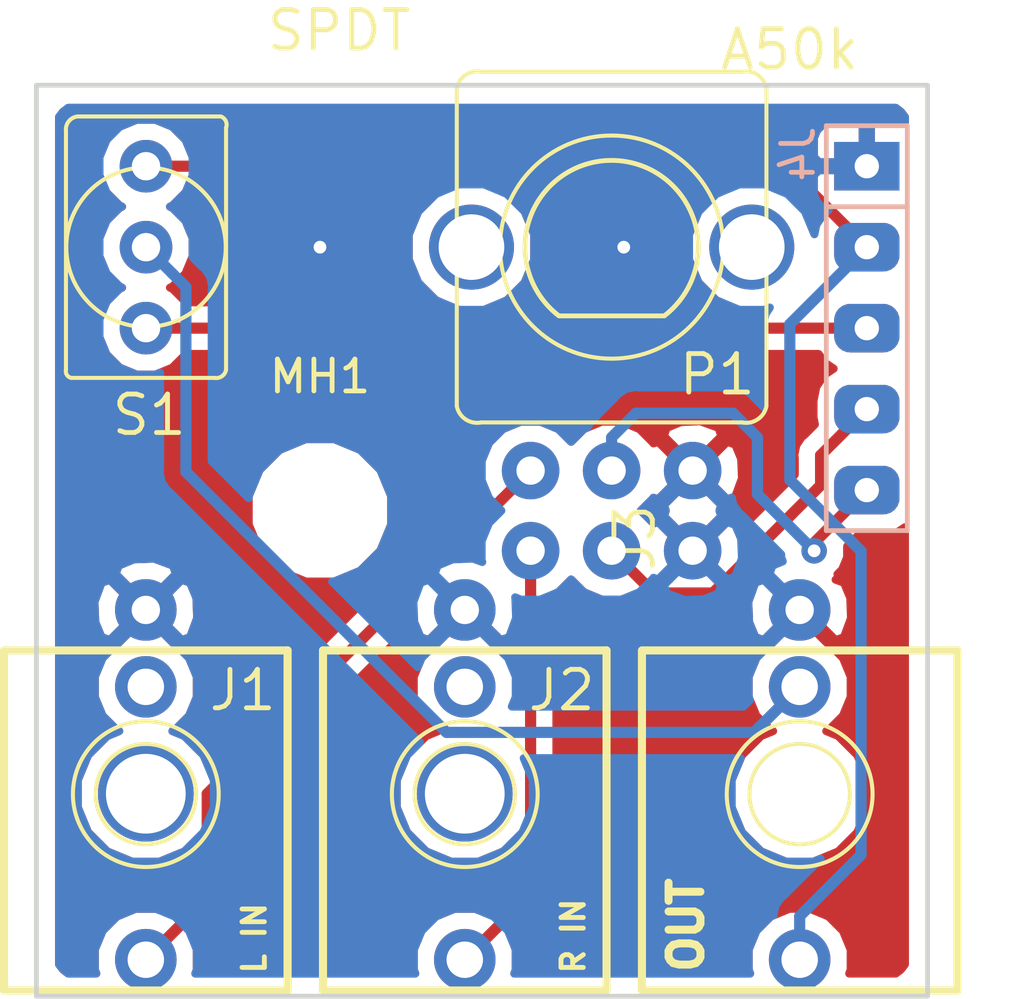
<source format=kicad_pcb>
(kicad_pcb (version 20171130) (host pcbnew "(5.0.0)")

  (general
    (thickness 1.6)
    (drawings 8)
    (tracks 38)
    (zones 0)
    (modules 7)
    (nets 11)
  )

  (page A4)
  (layers
    (0 F.Cu signal)
    (31 B.Cu signal)
    (32 B.Adhes user)
    (33 F.Adhes user)
    (34 B.Paste user)
    (35 F.Paste user)
    (36 B.SilkS user)
    (37 F.SilkS user)
    (38 B.Mask user)
    (39 F.Mask user)
    (40 Dwgs.User user)
    (41 Cmts.User user)
    (42 Eco1.User user)
    (43 Eco2.User user)
    (44 Edge.Cuts user)
    (45 Margin user)
    (46 B.CrtYd user)
    (47 F.CrtYd user)
    (48 B.Fab user)
    (49 F.Fab user)
  )

  (setup
    (last_trace_width 0.35)
    (trace_clearance 0.25)
    (zone_clearance 0.508)
    (zone_45_only no)
    (trace_min 0.2)
    (segment_width 0.2)
    (edge_width 0.15)
    (via_size 0.8)
    (via_drill 0.4)
    (via_min_size 0.4)
    (via_min_drill 0.3)
    (uvia_size 0.3)
    (uvia_drill 0.1)
    (uvias_allowed no)
    (uvia_min_size 0.2)
    (uvia_min_drill 0.1)
    (pcb_text_width 0.3)
    (pcb_text_size 1.5 1.5)
    (mod_edge_width 0.15)
    (mod_text_size 1 1)
    (mod_text_width 0.15)
    (pad_size 1.51 3.01)
    (pad_drill 1)
    (pad_to_mask_clearance 0.2)
    (aux_axis_origin 0 0)
    (visible_elements 7FFFFFFF)
    (pcbplotparams
      (layerselection 0x010fc_ffffffff)
      (usegerberextensions false)
      (usegerberattributes false)
      (usegerberadvancedattributes false)
      (creategerberjobfile false)
      (excludeedgelayer true)
      (linewidth 0.100000)
      (plotframeref false)
      (viasonmask false)
      (mode 1)
      (useauxorigin false)
      (hpglpennumber 1)
      (hpglpenspeed 20)
      (hpglpendiameter 15.000000)
      (psnegative false)
      (psa4output false)
      (plotreference true)
      (plotvalue true)
      (plotinvisibletext false)
      (padsonsilk false)
      (subtractmaskfromsilk false)
      (outputformat 1)
      (mirror false)
      (drillshape 0)
      (scaleselection 1)
      (outputdirectory "Gerbers/"))
  )

  (net 0 "")
  (net 1 GND)
  (net 2 "Net-(J1-Pad2)")
  (net 3 "Net-(J1-Pad3)")
  (net 4 "Net-(J2-Pad3)")
  (net 5 "Net-(J2-Pad2)")
  (net 6 "Net-(J3-Pad2)")
  (net 7 L_IN)
  (net 8 R_IN)
  (net 9 L_OUT)
  (net 10 R_OUT)

  (net_class Default "This is the default net class."
    (clearance 0.25)
    (trace_width 0.35)
    (via_dia 0.8)
    (via_drill 0.4)
    (uvia_dia 0.3)
    (uvia_drill 0.1)
    (add_net GND)
    (add_net L_IN)
    (add_net L_OUT)
    (add_net "Net-(J1-Pad2)")
    (add_net "Net-(J1-Pad3)")
    (add_net "Net-(J2-Pad2)")
    (add_net "Net-(J2-Pad3)")
    (add_net "Net-(J3-Pad2)")
    (add_net R_IN)
    (add_net R_OUT)
  )

  (module MojaBiblioteka:POT-9MM-ALPHA-DUAL (layer F.Cu) (tedit 5B74AEBD) (tstamp 5B7619BE)
    (at 197.103837 74.290721 180)
    (path /5B7404F6)
    (fp_text reference P1 (at -2.032163 -4.703279 180) (layer F.SilkS)
      (effects (font (size 1.2065 1.2065) (thickness 0.1524)) (justify left bottom))
    )
    (fp_text value A50k (at -3.3274 5.4864 180) (layer F.SilkS)
      (effects (font (size 1.2065 1.2065) (thickness 0.1524)) (justify left bottom))
    )
    (fp_circle (center -0.000163 -0.001843) (end -3.500163 -0.001843) (layer F.SilkS) (width 0.127))
    (fp_arc (start -4.217263 -4.864943) (end -4.090263 -5.501843) (angle -90) (layer F.SilkS) (width 0.127))
    (fp_line (start 4.089937 -5.501843) (end -4.090263 -5.501843) (layer F.SilkS) (width 0.127))
    (fp_arc (start 4.216937 -4.864943) (end 4.853837 -4.991943) (angle -90) (layer F.SilkS) (width 0.127))
    (fp_line (start 4.853837 4.988257) (end 4.853837 -4.991943) (layer F.SilkS) (width 0.127))
    (fp_arc (start 4.216937 4.861257) (end 4.089937 5.498157) (angle -90) (layer F.SilkS) (width 0.127))
    (fp_line (start -4.090263 5.498157) (end 4.089937 5.498157) (layer F.SilkS) (width 0.127))
    (fp_arc (start -4.217263 4.861257) (end -4.854163 4.988257) (angle -90) (layer F.SilkS) (width 0.127))
    (fp_line (start -4.854163 -4.991943) (end -4.854163 4.988257) (layer F.SilkS) (width 0.127))
    (fp_arc (start 0 0) (end 1.651 -2.159) (angle 285.1892907) (layer F.SilkS) (width 0.15))
    (fp_line (start 1.651 -2.159) (end -1.651 -2.159) (layer F.SilkS) (width 0.15))
    (fp_circle (center 0 0) (end -3.3655 0) (layer Cmts.User) (width 0.15))
    (pad "" np_thru_hole circle (at -4.394363 -0.001843 180) (size 2.667 2.667) (drill 2.0574) (layers *.Cu *.Mask))
    (pad "" np_thru_hole circle (at 4.394037 -0.001843 180) (size 2.667 2.667) (drill 2.0574) (layers *.Cu *.Mask))
    (pad 1 thru_hole circle (at 2.539837 -7.012243 90) (size 1.8034 1.8034) (drill 0.889) (layers *.Cu *.Mask)
      (net 3 "Net-(J1-Pad3)"))
    (pad 2 thru_hole circle (at -0.000163 -7.012243 90) (size 1.8034 1.8034) (drill 0.889) (layers *.Cu *.Mask)
      (net 7 L_IN))
    (pad 3 thru_hole circle (at -2.540163 -7.012243 90) (size 1.8034 1.8034) (drill 0.889) (layers *.Cu *.Mask)
      (net 1 GND))
    (pad 4 thru_hole circle (at 2.539837 -9.525 90) (size 1.8034 1.8034) (drill 0.889) (layers *.Cu *.Mask)
      (net 4 "Net-(J2-Pad3)"))
    (pad 5 thru_hole circle (at -0.000163 -9.525 90) (size 1.8034 1.8034) (drill 0.889) (layers *.Cu *.Mask)
      (net 8 R_IN))
    (pad 6 thru_hole circle (at -2.54 -9.525 90) (size 1.8034 1.8034) (drill 0.889) (layers *.Cu *.Mask)
      (net 1 GND))
    (model ${GDOC}/_lib/packages3d/RK09K1130-20.wrl
      (offset (xyz 0 0 6.045199909210205))
      (scale (xyz 393 393 393))
      (rotate (xyz 180 0 0))
    )
  )

  (module 4ms-footprints:PJ301M-12 (layer F.Cu) (tedit 5B6F6854) (tstamp 5B752357)
    (at 182.5 91.44 90)
    (path /5B7403AF)
    (fp_text reference J1 (at 2.54 1.905 180) (layer F.SilkS)
      (effects (font (size 1.2065 1.2065) (thickness 0.1524)) (justify left bottom))
    )
    (fp_text value "L IN" (at -5.715 3.81 90) (layer F.SilkS)
      (effects (font (size 0.7 0.7) (thickness 0.1524)) (justify left bottom))
    )
    (fp_circle (center 0 0) (end 3.175 0) (layer Cmts.User) (width 0.0254))
    (fp_circle (center -0.0127 0) (end 1.5113 0) (layer Cmts.User) (width 0))
    (fp_circle (center -0.0127 0) (end 2.2733 0) (layer F.SilkS) (width 0.127))
    (fp_circle (center -0.0127 0) (end 1.5621 0) (layer F.SilkS) (width 0.127))
    (fp_line (start 4.4958 4.445) (end 4.4958 -4.445) (layer F.SilkS) (width 0.254))
    (fp_line (start -6.1722 4.445) (end 4.4958 4.445) (layer F.SilkS) (width 0.254))
    (fp_line (start -6.1722 -4.445) (end -6.1722 4.445) (layer F.SilkS) (width 0.254))
    (fp_line (start 4.4958 -4.445) (end -6.1722 -4.445) (layer F.SilkS) (width 0.254))
    (pad "" np_thru_hole circle (at 0 0 90) (size 3 3) (drill 2.5) (layers *.Cu *.Mask))
    (pad 2 thru_hole circle (at 3.3528 0 90) (size 1.9304 1.9304) (drill 1.143) (layers *.Cu *.Mask)
      (net 2 "Net-(J1-Pad2)") (solder_mask_margin 0.127))
    (pad 1 thru_hole circle (at 5.7658 0 90) (size 1.9304 1.9304) (drill 0.889) (layers *.Cu *.Mask)
      (net 1 GND) (solder_mask_margin 0.127))
    (pad 3 thru_hole circle (at -5.207 0 90) (size 1.9304 1.9304) (drill 1.143) (layers *.Cu *.Mask)
      (net 3 "Net-(J1-Pad3)") (solder_mask_margin 0.127))
    (model ${GDOC}/_lib/packages3d/PJ301M-12.WRL
      (offset (xyz -0.8889999866485596 0.4063999938964844 0))
      (scale (xyz 393 393 393))
      (rotate (xyz 0 0 -90))
    )
  )

  (module 4ms-footprints:PJ301M-12 (layer F.Cu) (tedit 5B6F6854) (tstamp 5B74D9A9)
    (at 192.5 91.44 90)
    (path /5B7478EF)
    (fp_text reference J2 (at 2.54 1.905 180) (layer F.SilkS)
      (effects (font (size 1.2065 1.2065) (thickness 0.1524)) (justify left bottom))
    )
    (fp_text value "R IN" (at -5.715 3.81 90) (layer F.SilkS)
      (effects (font (size 0.7 0.7) (thickness 0.1524)) (justify left bottom))
    )
    (fp_line (start 4.4958 -4.445) (end -6.1722 -4.445) (layer F.SilkS) (width 0.254))
    (fp_line (start -6.1722 -4.445) (end -6.1722 4.445) (layer F.SilkS) (width 0.254))
    (fp_line (start -6.1722 4.445) (end 4.4958 4.445) (layer F.SilkS) (width 0.254))
    (fp_line (start 4.4958 4.445) (end 4.4958 -4.445) (layer F.SilkS) (width 0.254))
    (fp_circle (center -0.0127 0) (end 1.5621 0) (layer F.SilkS) (width 0.127))
    (fp_circle (center -0.0127 0) (end 2.2733 0) (layer F.SilkS) (width 0.127))
    (fp_circle (center -0.0127 0) (end 1.5113 0) (layer Cmts.User) (width 0))
    (fp_circle (center 0 0) (end 3.175 0) (layer Cmts.User) (width 0.0254))
    (pad 3 thru_hole circle (at -5.207 0 90) (size 1.9304 1.9304) (drill 1.143) (layers *.Cu *.Mask)
      (net 4 "Net-(J2-Pad3)") (solder_mask_margin 0.127))
    (pad 1 thru_hole circle (at 5.7658 0 90) (size 1.9304 1.9304) (drill 0.889) (layers *.Cu *.Mask)
      (net 1 GND) (solder_mask_margin 0.127))
    (pad 2 thru_hole circle (at 3.3528 0 90) (size 1.9304 1.9304) (drill 1.143) (layers *.Cu *.Mask)
      (net 5 "Net-(J2-Pad2)") (solder_mask_margin 0.127))
    (pad "" np_thru_hole circle (at 0 0 90) (size 3 3) (drill 2.5) (layers *.Cu *.Mask))
    (model ${GDOC}/_lib/packages3d/PJ301M-12.WRL
      (offset (xyz -0.8889999866485596 0.4063999938964844 0))
      (scale (xyz 393 393 393))
      (rotate (xyz 0 0 -90))
    )
  )

  (module 4ms-footprints:SPDT-SUB (layer F.Cu) (tedit 55CE7527) (tstamp 5B752663)
    (at 182.506053 74.295 180)
    (path /5B7A7250)
    (fp_text reference S1 (at 1.150053 -5.969 180) (layer F.SilkS)
      (effects (font (size 1.2065 1.2065) (thickness 0.1524)) (justify left bottom))
    )
    (fp_text value SPDT (at -3.71 6.09 180) (layer F.SilkS)
      (effects (font (size 1.2065 1.2065) (thickness 0.1524)) (justify left bottom))
    )
    (fp_arc (start -2.201069 -3.7911) (end -2.51 -3.846) (angle 90.03149) (layer F.SilkS) (width 0.127))
    (fp_line (start -2.146 -4.1) (end 2.346 -4.1) (layer F.SilkS) (width 0.127))
    (fp_arc (start 2.301 -3.891) (end 2.346 -4.1) (angle 90) (layer F.SilkS) (width 0.127))
    (fp_line (start 2.51 -3.846) (end 2.51 3.646) (layer F.SilkS) (width 0.127))
    (fp_arc (start 2.101 3.691) (end 2.51 3.646) (angle 90) (layer F.SilkS) (width 0.127))
    (fp_line (start 2.146 4.1) (end -2.346 4.1) (layer F.SilkS) (width 0.127))
    (fp_arc (start -2.2511 3.841046) (end -2.346 4.1) (angle 90.03238) (layer F.SilkS) (width 0.127))
    (fp_line (start -2.51 3.746) (end -2.51 -3.846) (layer F.SilkS) (width 0.127))
    (fp_circle (center 0 0) (end 2.5 0) (layer F.SilkS) (width 0.127))
    (fp_circle (center 0 0) (end 2.4765 0) (layer Cmts.User) (width 0.0254))
    (pad 1 thru_hole circle (at 0 -2.54 180) (size 1.651 1.651) (drill 0.889) (layers *.Cu *.Mask)
      (net 10 R_OUT))
    (pad 2 thru_hole circle (at 0 0 180) (size 1.651 1.651) (drill 0.889) (layers *.Cu *.Mask)
      (net 6 "Net-(J3-Pad2)"))
    (pad 3 thru_hole circle (at 0 2.54 180) (size 1.651 1.651) (drill 0.889) (layers *.Cu *.Mask)
      (net 9 L_OUT))
    (model "/Users/design/Google Drive/4ms/kicad/packages3d/spdt-toggle-submini.wrl"
      (offset (xyz 0 0 2.79399995803833))
      (scale (xyz 0.39 0.39 0.39))
      (rotate (xyz 270 0 90))
    )
  )

  (module MojaBiblioteka:PJ366ST (layer F.Cu) (tedit 5B74A2A7) (tstamp 5B7619AF)
    (at 203 91.44 90)
    (path /5B81EF1A)
    (fp_text reference J3 (at 6.89566 -4.46266 90) (layer F.SilkS)
      (effects (font (size 1.2065 1.2065) (thickness 0.1524)) (justify left bottom))
    )
    (fp_text value OUT (at -5.715 -2.975 90) (layer F.SilkS)
      (effects (font (size 1 1) (thickness 0.25)) (justify left bottom))
    )
    (fp_circle (center 0 0) (end 3.175 0) (layer Cmts.User) (width 0.0254))
    (fp_circle (center -0.0127 0) (end 1.5113 0) (layer Cmts.User) (width 0))
    (fp_circle (center -0.0127 0) (end 2.2733 0) (layer F.SilkS) (width 0.127))
    (fp_circle (center -0.0127 0) (end 1.5621 0) (layer F.SilkS) (width 0.127))
    (fp_line (start 4.4958 4.9) (end 4.4958 -4.9) (layer F.SilkS) (width 0.254))
    (fp_line (start -6.1722 4.945) (end 4.4958 4.945) (layer F.SilkS) (width 0.254))
    (fp_line (start -6.1722 -4.9) (end -6.1722 4.9) (layer F.SilkS) (width 0.254))
    (fp_line (start 4.4958 -4.945) (end -6.1722 -4.945) (layer F.SilkS) (width 0.254))
    (pad "" np_thru_hole circle (at 0 0 90) (size 3 3) (drill 3) (layers *.Cu *.Mask))
    (pad 2 thru_hole circle (at 3.3528 0 90) (size 1.9304 1.9304) (drill 1.143) (layers *.Cu *.Mask)
      (net 6 "Net-(J3-Pad2)") (solder_mask_margin 0.127))
    (pad 1 thru_hole circle (at 5.7658 0 90) (size 1.9304 1.9304) (drill 0.889) (layers *.Cu *.Mask)
      (net 1 GND) (solder_mask_margin 0.127))
    (pad 3 thru_hole circle (at -5.207 0 90) (size 1.9304 1.9304) (drill 1.143) (layers *.Cu *.Mask)
      (net 9 L_OUT) (solder_mask_margin 0.127))
    (model ${GDOC}/_lib/packages3d/PJ301M-12.WRL
      (offset (xyz -0.8889999866485596 0.4063999938964844 0))
      (scale (xyz 393 393 393))
      (rotate (xyz 0 0 -90))
    )
  )

  (module Mounting_Holes:MountingHole_3.2mm_M3 (layer F.Cu) (tedit 56D1B4CB) (tstamp 5B7674FF)
    (at 187.96 82.55)
    (descr "Mounting Hole 3.2mm, no annular, M3")
    (tags "mounting hole 3.2mm no annular m3")
    (path /5B8B6A92)
    (attr virtual)
    (fp_text reference MH1 (at 0 -4.2) (layer F.SilkS)
      (effects (font (size 1 1) (thickness 0.15)))
    )
    (fp_text value MountingHole (at 0 4.2) (layer F.Fab)
      (effects (font (size 1 1) (thickness 0.15)))
    )
    (fp_circle (center 0 0) (end 3.45 0) (layer F.CrtYd) (width 0.05))
    (fp_circle (center 0 0) (end 3.2 0) (layer Cmts.User) (width 0.15))
    (fp_text user %R (at 0.3 0) (layer F.Fab)
      (effects (font (size 1 1) (thickness 0.15)))
    )
    (pad 1 np_thru_hole circle (at 0 0) (size 3.2 3.2) (drill 3.2) (layers *.Cu *.Mask))
  )

  (module "MojaBiblioteka:Header 1x5" (layer B.Cu) (tedit 5B751E67) (tstamp 5B76A2FA)
    (at 205.105 76.835 180)
    (path /5B8BFB3E)
    (fp_text reference J4 (at 2.159 5.461 270) (layer B.SilkS)
      (effects (font (size 1 1) (thickness 0.15)) (justify mirror))
    )
    (fp_text value Header_1x05 (at 0 -7.62 180) (layer B.Fab)
      (effects (font (size 1 1) (thickness 0.15)) (justify mirror))
    )
    (fp_line (start -1.27 3.81) (end 1.27 3.81) (layer B.SilkS) (width 0.15))
    (fp_line (start -1.27 -6.35) (end -1.27 6.35) (layer B.SilkS) (width 0.15))
    (fp_line (start 1.27 -6.35) (end -1.27 -6.35) (layer B.SilkS) (width 0.15))
    (fp_line (start 1.27 6.35) (end 1.27 -6.35) (layer B.SilkS) (width 0.15))
    (fp_line (start -1.27 6.35) (end 1.27 6.35) (layer B.SilkS) (width 0.15))
    (pad 5 thru_hole roundrect (at 0 -5.08 180) (size 2.048 1.524) (drill 0.762) (layers *.Cu *.Mask) (roundrect_rratio 0.33)
      (net 7 L_IN))
    (pad 4 thru_hole roundrect (at 0 -2.54 180) (size 2.048 1.524) (drill 0.762) (layers *.Cu *.Mask) (roundrect_rratio 0.33)
      (net 8 R_IN))
    (pad 3 thru_hole roundrect (at 0 0 180) (size 2.048 1.524) (drill 0.762) (layers *.Cu *.Mask) (roundrect_rratio 0.33)
      (net 10 R_OUT))
    (pad 2 thru_hole roundrect (at 0 2.54 180) (size 2.048 1.524) (drill 0.762) (layers *.Cu *.Mask) (roundrect_rratio 0.33)
      (net 9 L_OUT))
    (pad 1 thru_hole rect (at 0 5.08 180) (size 2.048 1.524) (drill 0.762) (layers *.Cu *.Mask)
      (net 1 GND))
    (model ${KISYS3DMOD}/Connector_PinSocket_2.54mm.3dshapes/PinSocket_1x05_P2.54mm_Vertical.step
      (offset (xyz 0 5.08 0))
      (scale (xyz 1 1 1))
      (rotate (xyz 0 0 0))
    )
  )

  (gr_line (start 179.07 97.79) (end 179.07 69.215) (layer Edge.Cuts) (width 0.15))
  (gr_line (start 207.01 97.79) (end 179.07 97.79) (layer Edge.Cuts) (width 0.15))
  (gr_line (start 207.01 69.215) (end 207.01 97.79) (layer Edge.Cuts) (width 0.15))
  (gr_line (start 179.07 69.215) (end 207.01 69.215) (layer Edge.Cuts) (width 0.15))
  (gr_line (start 179.07 69.215) (end 207.01 69.215) (layer Eco1.User) (width 0.2))
  (gr_line (start 179.07 97.79) (end 207.01 97.79) (layer Eco1.User) (width 0.2))
  (gr_line (start 207.01 69.215) (end 207.01 97.79) (layer Eco1.User) (width 0.2) (tstamp 5B76A9FA))
  (gr_line (start 179.07 97.79) (end 179.07 69.215) (layer Eco1.User) (width 0.2))

  (via (at 187.96 74.295) (size 0.8) (drill 0.4) (layers F.Cu B.Cu) (net 1))
  (via (at 197.485 74.295) (size 0.8) (drill 0.4) (layers F.Cu B.Cu) (net 1))
  (segment (start 193.662301 82.204663) (end 194.564 81.302964) (width 0.35) (layer F.Cu) (net 3))
  (segment (start 184.425001 91.441963) (end 193.662301 82.204663) (width 0.35) (layer F.Cu) (net 3))
  (segment (start 184.425001 94.721999) (end 184.425001 91.441963) (width 0.35) (layer F.Cu) (net 3))
  (segment (start 182.5 96.647) (end 184.425001 94.721999) (width 0.35) (layer F.Cu) (net 3))
  (segment (start 194.564 94.583) (end 194.564 83.815721) (width 0.35) (layer F.Cu) (net 4))
  (segment (start 192.5 96.647) (end 194.564 94.583) (width 0.35) (layer F.Cu) (net 4))
  (segment (start 183.331552 75.120499) (end 182.506053 74.295) (width 0.35) (layer B.Cu) (net 6))
  (segment (start 183.756554 75.545501) (end 183.331552 75.120499) (width 0.35) (layer B.Cu) (net 6))
  (segment (start 183.756554 81.343556) (end 183.756554 75.545501) (width 0.35) (layer B.Cu) (net 6))
  (segment (start 191.927997 89.514999) (end 183.756554 81.343556) (width 0.35) (layer B.Cu) (net 6))
  (segment (start 201.572201 89.514999) (end 191.927997 89.514999) (width 0.35) (layer B.Cu) (net 6))
  (segment (start 203 88.0872) (end 201.572201 89.514999) (width 0.35) (layer B.Cu) (net 6))
  (via (at 203.454 83.82) (size 0.8) (drill 0.4) (layers F.Cu B.Cu) (net 7))
  (segment (start 203.454 83.566) (end 205.105 81.915) (width 0.35) (layer F.Cu) (net 7))
  (segment (start 203.454 83.82) (end 203.454 83.566) (width 0.35) (layer F.Cu) (net 7))
  (segment (start 197.104 80.264) (end 197.104 81.302964) (width 0.35) (layer B.Cu) (net 7))
  (segment (start 197.866 79.502) (end 197.104 80.264) (width 0.35) (layer B.Cu) (net 7))
  (segment (start 200.914 79.502) (end 197.866 79.502) (width 0.35) (layer B.Cu) (net 7))
  (segment (start 201.676 80.264) (end 200.914 79.502) (width 0.35) (layer B.Cu) (net 7))
  (segment (start 203.454 83.82) (end 201.676 82.042) (width 0.35) (layer B.Cu) (net 7))
  (segment (start 201.676 82.042) (end 201.676 80.264) (width 0.35) (layer B.Cu) (net 7))
  (segment (start 204.313842 80.166158) (end 205.105 79.375) (width 0.35) (layer F.Cu) (net 8))
  (segment (start 203.65599 80.82401) (end 204.313842 80.166158) (width 0.35) (layer F.Cu) (net 8))
  (segment (start 203.65599 81.767086) (end 203.65599 80.82401) (width 0.35) (layer F.Cu) (net 8))
  (segment (start 200.280654 85.142422) (end 203.65599 81.767086) (width 0.35) (layer F.Cu) (net 8))
  (segment (start 198.430701 85.142422) (end 200.280654 85.142422) (width 0.35) (layer F.Cu) (net 8))
  (segment (start 197.104 83.815721) (end 198.430701 85.142422) (width 0.35) (layer F.Cu) (net 8))
  (segment (start 202.565 71.755) (end 205.105 74.295) (width 0.35) (layer F.Cu) (net 9))
  (segment (start 182.506053 71.755) (end 202.565 71.755) (width 0.35) (layer F.Cu) (net 9))
  (segment (start 204.925001 83.827453) (end 202.692 81.594452) (width 0.35) (layer B.Cu) (net 9))
  (segment (start 204.925001 93.357001) (end 204.925001 83.827453) (width 0.35) (layer B.Cu) (net 9))
  (segment (start 203 96.647) (end 203 95.282002) (width 0.35) (layer B.Cu) (net 9))
  (segment (start 203 95.282002) (end 204.925001 93.357001) (width 0.35) (layer B.Cu) (net 9))
  (segment (start 202.692 76.708) (end 205.105 74.295) (width 0.35) (layer B.Cu) (net 9))
  (segment (start 202.692 81.594452) (end 202.692 76.708) (width 0.35) (layer B.Cu) (net 9))
  (segment (start 182.506053 76.835) (end 205.105 76.835) (width 0.35) (layer F.Cu) (net 10))

  (zone (net 1) (net_name GND) (layer B.Cu) (tstamp 0) (hatch edge 0.508)
    (connect_pads (clearance 0.508))
    (min_thickness 0.254)
    (fill yes (arc_segments 16) (thermal_gap 0.508) (thermal_bridge_width 0.508) (smoothing fillet) (radius 2.54))
    (polygon
      (pts
        (xy 179.07 69.215) (xy 207.01 69.215) (xy 207.01 97.79) (xy 179.07 97.79)
      )
    )
    (filled_polygon
      (pts
        (xy 206.175473 70.049527) (xy 206.3 70.211813) (xy 206.3 70.376512) (xy 206.255309 70.358) (xy 205.39075 70.358)
        (xy 205.232 70.51675) (xy 205.232 71.628) (xy 205.252 71.628) (xy 205.252 71.882) (xy 205.232 71.882)
        (xy 205.232 71.902) (xy 204.978 71.902) (xy 204.978 71.882) (xy 203.60475 71.882) (xy 203.446 72.04075)
        (xy 203.446 72.64331) (xy 203.542673 72.876699) (xy 203.721302 73.055327) (xy 203.906109 73.131877) (xy 203.770493 73.222493)
        (xy 203.521126 73.595696) (xy 203.462441 73.890724) (xy 203.167014 73.177498) (xy 202.613266 72.62375) (xy 201.889759 72.324064)
        (xy 201.106641 72.324064) (xy 200.383134 72.62375) (xy 199.829386 73.177498) (xy 199.5297 73.901005) (xy 199.5297 74.684123)
        (xy 199.829386 75.40763) (xy 200.383134 75.961378) (xy 201.106641 76.261064) (xy 201.889759 76.261064) (xy 202.064941 76.188501)
        (xy 202.062835 76.191653) (xy 201.928998 76.391954) (xy 201.866132 76.708) (xy 201.882001 76.787778) (xy 201.882 79.324488)
        (xy 201.543168 78.985656) (xy 201.497977 78.918023) (xy 201.230046 78.738997) (xy 200.993774 78.692) (xy 200.993773 78.692)
        (xy 200.914 78.676132) (xy 200.834227 78.692) (xy 197.945774 78.692) (xy 197.866 78.676132) (xy 197.549953 78.738997)
        (xy 197.41327 78.830327) (xy 197.282023 78.918023) (xy 197.236834 78.985653) (xy 196.587656 79.634832) (xy 196.520023 79.680023)
        (xy 196.340997 79.947955) (xy 196.339319 79.956393) (xy 196.233529 80.000212) (xy 195.834 80.399741) (xy 195.434471 80.000212)
        (xy 194.869669 79.766264) (xy 194.258331 79.766264) (xy 193.693529 80.000212) (xy 193.261248 80.432493) (xy 193.0273 80.997295)
        (xy 193.0273 81.608633) (xy 193.261248 82.173435) (xy 193.647156 82.559343) (xy 193.261248 82.94525) (xy 193.0273 83.510052)
        (xy 193.0273 84.12139) (xy 193.047695 84.170627) (xy 192.756231 84.062895) (xy 192.120107 84.087493) (xy 191.646654 84.283604)
        (xy 191.552255 84.54685) (xy 192.5 85.494595) (xy 192.514143 85.480453) (xy 192.693748 85.660058) (xy 192.679605 85.6742)
        (xy 193.62735 86.621945) (xy 193.890596 86.527546) (xy 194.111305 85.930431) (xy 194.091489 85.417969) (xy 201.388695 85.417969)
        (xy 201.413293 86.054093) (xy 201.609404 86.527546) (xy 201.87265 86.621945) (xy 202.820395 85.6742) (xy 201.87265 84.726455)
        (xy 201.609404 84.820854) (xy 201.388695 85.417969) (xy 194.091489 85.417969) (xy 194.086707 85.294307) (xy 194.08022 85.278645)
        (xy 194.258331 85.352421) (xy 194.869669 85.352421) (xy 195.434471 85.118473) (xy 195.834 84.718944) (xy 196.233529 85.118473)
        (xy 196.798331 85.352421) (xy 197.409669 85.352421) (xy 197.974471 85.118473) (xy 198.195833 84.897111) (xy 198.742052 84.897111)
        (xy 198.828667 85.153771) (xy 199.402768 85.36387) (xy 200.013569 85.338277) (xy 200.459007 85.153771) (xy 200.545622 84.897111)
        (xy 199.643837 83.995326) (xy 198.742052 84.897111) (xy 198.195833 84.897111) (xy 198.406752 84.686192) (xy 198.414467 84.667567)
        (xy 198.562447 84.717506) (xy 199.464232 83.815721) (xy 199.823442 83.815721) (xy 200.725227 84.717506) (xy 200.981887 84.630891)
        (xy 201.191986 84.05679) (xy 201.166393 83.445989) (xy 200.981887 83.000551) (xy 200.725227 82.913936) (xy 199.823442 83.815721)
        (xy 199.464232 83.815721) (xy 198.562447 82.913936) (xy 198.414467 82.963875) (xy 198.406752 82.94525) (xy 198.195833 82.734331)
        (xy 198.742052 82.734331) (xy 199.643837 83.636116) (xy 200.545622 82.734331) (xy 200.48665 82.559584) (xy 200.545785 82.384354)
        (xy 199.644 81.482569) (xy 198.742215 82.384354) (xy 198.801187 82.559101) (xy 198.742052 82.734331) (xy 198.195833 82.734331)
        (xy 198.020845 82.559343) (xy 198.406752 82.173435) (xy 198.414487 82.154762) (xy 198.56261 82.204749) (xy 199.464395 81.302964)
        (xy 199.450253 81.288822) (xy 199.629858 81.109217) (xy 199.644 81.123359) (xy 199.658143 81.109217) (xy 199.837748 81.288822)
        (xy 199.823605 81.302964) (xy 200.72539 82.204749) (xy 200.872622 82.155063) (xy 200.912997 82.358045) (xy 201.092023 82.625977)
        (xy 201.159656 82.671168) (xy 202.419 83.930513) (xy 202.419 84.025874) (xy 202.470237 84.149571) (xy 202.146654 84.283604)
        (xy 202.052255 84.54685) (xy 203 85.494595) (xy 203.014143 85.480453) (xy 203.193748 85.660058) (xy 203.179605 85.6742)
        (xy 203.193748 85.688343) (xy 203.014143 85.867948) (xy 203 85.853805) (xy 202.144141 86.709664) (xy 202.093559 86.730616)
        (xy 201.643416 87.180759) (xy 201.3998 87.7689) (xy 201.3998 88.4055) (xy 201.439747 88.501941) (xy 201.236689 88.704999)
        (xy 193.976143 88.704999) (xy 194.1002 88.4055) (xy 194.1002 87.7689) (xy 193.856584 87.180759) (xy 193.406441 86.730616)
        (xy 193.355859 86.709664) (xy 192.5 85.853805) (xy 191.644141 86.709664) (xy 191.593559 86.730616) (xy 191.143416 87.180759)
        (xy 191.025044 87.466534) (xy 188.976479 85.417969) (xy 190.888695 85.417969) (xy 190.913293 86.054093) (xy 191.109404 86.527546)
        (xy 191.37265 86.621945) (xy 192.320395 85.6742) (xy 191.37265 84.726455) (xy 191.109404 84.820854) (xy 190.888695 85.417969)
        (xy 188.976479 85.417969) (xy 188.34351 84.785) (xy 188.404569 84.785) (xy 189.226026 84.444741) (xy 189.854741 83.816026)
        (xy 190.195 82.994569) (xy 190.195 82.105431) (xy 189.854741 81.283974) (xy 189.226026 80.655259) (xy 188.404569 80.315)
        (xy 187.515431 80.315) (xy 186.693974 80.655259) (xy 186.065259 81.283974) (xy 185.725 82.105431) (xy 185.725 82.16649)
        (xy 184.566554 81.008044) (xy 184.566554 75.625275) (xy 184.582422 75.545501) (xy 184.519557 75.229454) (xy 184.446755 75.120499)
        (xy 184.340531 74.961524) (xy 184.272898 74.916333) (xy 183.960719 74.604154) (xy 183.960717 74.604151) (xy 183.959384 74.602818)
        (xy 183.966553 74.585512) (xy 183.966553 74.004488) (xy 183.923689 73.901005) (xy 190.7413 73.901005) (xy 190.7413 74.684123)
        (xy 191.040986 75.40763) (xy 191.594734 75.961378) (xy 192.318241 76.261064) (xy 193.101359 76.261064) (xy 193.824866 75.961378)
        (xy 194.378614 75.40763) (xy 194.6783 74.684123) (xy 194.6783 73.901005) (xy 194.378614 73.177498) (xy 193.824866 72.62375)
        (xy 193.101359 72.324064) (xy 192.318241 72.324064) (xy 191.594734 72.62375) (xy 191.040986 73.177498) (xy 190.7413 73.901005)
        (xy 183.923689 73.901005) (xy 183.744205 73.467693) (xy 183.33336 73.056848) (xy 183.256472 73.025) (xy 183.33336 72.993152)
        (xy 183.744205 72.582307) (xy 183.966553 72.045512) (xy 183.966553 71.464488) (xy 183.744205 70.927693) (xy 183.683202 70.86669)
        (xy 203.446 70.86669) (xy 203.446 71.46925) (xy 203.60475 71.628) (xy 204.978 71.628) (xy 204.978 70.51675)
        (xy 204.81925 70.358) (xy 203.954691 70.358) (xy 203.721302 70.454673) (xy 203.542673 70.633301) (xy 203.446 70.86669)
        (xy 183.683202 70.86669) (xy 183.33336 70.516848) (xy 182.796565 70.2945) (xy 182.215541 70.2945) (xy 181.678746 70.516848)
        (xy 181.267901 70.927693) (xy 181.045553 71.464488) (xy 181.045553 72.045512) (xy 181.267901 72.582307) (xy 181.678746 72.993152)
        (xy 181.755634 73.025) (xy 181.678746 73.056848) (xy 181.267901 73.467693) (xy 181.045553 74.004488) (xy 181.045553 74.585512)
        (xy 181.267901 75.122307) (xy 181.678746 75.533152) (xy 181.755634 75.565) (xy 181.678746 75.596848) (xy 181.267901 76.007693)
        (xy 181.045553 76.544488) (xy 181.045553 77.125512) (xy 181.267901 77.662307) (xy 181.678746 78.073152) (xy 182.215541 78.2955)
        (xy 182.796565 78.2955) (xy 182.946555 78.233372) (xy 182.946554 81.263783) (xy 182.930686 81.343556) (xy 182.946554 81.423329)
        (xy 182.993551 81.659601) (xy 183.172577 81.927533) (xy 183.24021 81.972724) (xy 191.09407 89.826584) (xy 190.690034 90.23062)
        (xy 190.365 91.015322) (xy 190.365 91.864678) (xy 190.690034 92.64938) (xy 191.29062 93.249966) (xy 192.075322 93.575)
        (xy 192.924678 93.575) (xy 193.70938 93.249966) (xy 194.309966 92.64938) (xy 194.635 91.864678) (xy 194.635 91.015322)
        (xy 194.349059 90.324999) (xy 201.150941 90.324999) (xy 200.865 91.015322) (xy 200.865 91.864678) (xy 201.190034 92.64938)
        (xy 201.79062 93.249966) (xy 202.575322 93.575) (xy 203.424678 93.575) (xy 203.65823 93.47826) (xy 202.483654 94.652836)
        (xy 202.416024 94.698025) (xy 202.370835 94.765655) (xy 202.236998 94.965956) (xy 202.179543 95.2548) (xy 202.093559 95.290416)
        (xy 201.643416 95.740559) (xy 201.3998 96.3287) (xy 201.3998 96.9653) (xy 201.44731 97.08) (xy 194.05269 97.08)
        (xy 194.1002 96.9653) (xy 194.1002 96.3287) (xy 193.856584 95.740559) (xy 193.406441 95.290416) (xy 192.8183 95.0468)
        (xy 192.1817 95.0468) (xy 191.593559 95.290416) (xy 191.143416 95.740559) (xy 190.8998 96.3287) (xy 190.8998 96.9653)
        (xy 190.94731 97.08) (xy 184.05269 97.08) (xy 184.1002 96.9653) (xy 184.1002 96.3287) (xy 183.856584 95.740559)
        (xy 183.406441 95.290416) (xy 182.8183 95.0468) (xy 182.1817 95.0468) (xy 181.593559 95.290416) (xy 181.143416 95.740559)
        (xy 180.8998 96.3287) (xy 180.8998 96.9653) (xy 180.94731 97.08) (xy 180.066813 97.08) (xy 179.904527 96.955473)
        (xy 179.78 96.793187) (xy 179.78 91.015322) (xy 180.365 91.015322) (xy 180.365 91.864678) (xy 180.690034 92.64938)
        (xy 181.29062 93.249966) (xy 182.075322 93.575) (xy 182.924678 93.575) (xy 183.70938 93.249966) (xy 184.309966 92.64938)
        (xy 184.635 91.864678) (xy 184.635 91.015322) (xy 184.309966 90.23062) (xy 183.70938 89.630034) (xy 183.333087 89.474168)
        (xy 183.406441 89.443784) (xy 183.856584 88.993641) (xy 184.1002 88.4055) (xy 184.1002 87.7689) (xy 183.856584 87.180759)
        (xy 183.406441 86.730616) (xy 183.355859 86.709664) (xy 182.5 85.853805) (xy 181.644141 86.709664) (xy 181.593559 86.730616)
        (xy 181.143416 87.180759) (xy 180.8998 87.7689) (xy 180.8998 88.4055) (xy 181.143416 88.993641) (xy 181.593559 89.443784)
        (xy 181.666913 89.474168) (xy 181.29062 89.630034) (xy 180.690034 90.23062) (xy 180.365 91.015322) (xy 179.78 91.015322)
        (xy 179.78 85.417969) (xy 180.888695 85.417969) (xy 180.913293 86.054093) (xy 181.109404 86.527546) (xy 181.37265 86.621945)
        (xy 182.320395 85.6742) (xy 182.679605 85.6742) (xy 183.62735 86.621945) (xy 183.890596 86.527546) (xy 184.111305 85.930431)
        (xy 184.086707 85.294307) (xy 183.890596 84.820854) (xy 183.62735 84.726455) (xy 182.679605 85.6742) (xy 182.320395 85.6742)
        (xy 181.37265 84.726455) (xy 181.109404 84.820854) (xy 180.888695 85.417969) (xy 179.78 85.417969) (xy 179.78 84.54685)
        (xy 181.552255 84.54685) (xy 182.5 85.494595) (xy 183.447745 84.54685) (xy 183.353346 84.283604) (xy 182.756231 84.062895)
        (xy 182.120107 84.087493) (xy 181.646654 84.283604) (xy 181.552255 84.54685) (xy 179.78 84.54685) (xy 179.78 70.211813)
        (xy 179.904527 70.049527) (xy 180.066813 69.925) (xy 206.013187 69.925)
      )
    )
  )
  (zone (net 1) (net_name GND) (layer F.Cu) (tstamp 0) (hatch edge 0.508)
    (connect_pads (clearance 0.508))
    (min_thickness 0.254)
    (fill yes (arc_segments 16) (thermal_gap 0.508) (thermal_bridge_width 0.508) (smoothing fillet) (radius 2.54))
    (polygon
      (pts
        (xy 179.07 69.215) (xy 207.01 69.215) (xy 207.01 97.79) (xy 179.07 97.79)
      )
    )
    (filled_polygon
      (pts
        (xy 192.693748 85.660058) (xy 192.679605 85.6742) (xy 193.62735 86.621945) (xy 193.754001 86.576529) (xy 193.754001 87.078176)
        (xy 193.406441 86.730616) (xy 193.355859 86.709664) (xy 192.5 85.853805) (xy 191.644141 86.709664) (xy 191.593559 86.730616)
        (xy 191.143416 87.180759) (xy 190.8998 87.7689) (xy 190.8998 88.4055) (xy 191.143416 88.993641) (xy 191.593559 89.443784)
        (xy 191.666913 89.474168) (xy 191.29062 89.630034) (xy 190.690034 90.23062) (xy 190.365 91.015322) (xy 190.365 91.864678)
        (xy 190.690034 92.64938) (xy 191.29062 93.249966) (xy 192.075322 93.575) (xy 192.924678 93.575) (xy 193.70938 93.249966)
        (xy 193.754 93.205346) (xy 193.754 94.247487) (xy 192.914741 95.086747) (xy 192.8183 95.0468) (xy 192.1817 95.0468)
        (xy 191.593559 95.290416) (xy 191.143416 95.740559) (xy 190.8998 96.3287) (xy 190.8998 96.9653) (xy 190.94731 97.08)
        (xy 184.05269 97.08) (xy 184.1002 96.9653) (xy 184.1002 96.3287) (xy 184.060253 96.232259) (xy 184.941348 95.351165)
        (xy 185.008978 95.305976) (xy 185.188004 95.038045) (xy 185.235001 94.801773) (xy 185.235001 94.801772) (xy 185.250869 94.721999)
        (xy 185.235001 94.642225) (xy 185.235001 91.777475) (xy 190.9265 86.085977) (xy 191.109404 86.527546) (xy 191.37265 86.621945)
        (xy 192.320395 85.6742) (xy 192.306253 85.660058) (xy 192.485858 85.480453) (xy 192.5 85.494595) (xy 192.514143 85.480453)
      )
    )
    (filled_polygon
      (pts
        (xy 206.175473 70.049527) (xy 206.3 70.211813) (xy 206.3 70.376512) (xy 206.255309 70.358) (xy 205.39075 70.358)
        (xy 205.232 70.51675) (xy 205.232 71.628) (xy 205.252 71.628) (xy 205.252 71.882) (xy 205.232 71.882)
        (xy 205.232 71.902) (xy 204.978 71.902) (xy 204.978 71.882) (xy 204.958 71.882) (xy 204.958 71.628)
        (xy 204.978 71.628) (xy 204.978 70.51675) (xy 204.81925 70.358) (xy 203.954691 70.358) (xy 203.721302 70.454673)
        (xy 203.542673 70.633301) (xy 203.446 70.86669) (xy 203.446 71.46925) (xy 203.604748 71.627998) (xy 203.58351 71.627998)
        (xy 203.194168 71.238656) (xy 203.148977 71.171023) (xy 202.881046 70.991997) (xy 202.644774 70.945) (xy 202.644773 70.945)
        (xy 202.565 70.929132) (xy 202.485227 70.945) (xy 183.751374 70.945) (xy 183.744205 70.927693) (xy 183.33336 70.516848)
        (xy 182.796565 70.2945) (xy 182.215541 70.2945) (xy 181.678746 70.516848) (xy 181.267901 70.927693) (xy 181.045553 71.464488)
        (xy 181.045553 72.045512) (xy 181.267901 72.582307) (xy 181.678746 72.993152) (xy 181.755634 73.025) (xy 181.678746 73.056848)
        (xy 181.267901 73.467693) (xy 181.045553 74.004488) (xy 181.045553 74.585512) (xy 181.267901 75.122307) (xy 181.678746 75.533152)
        (xy 181.755634 75.565) (xy 181.678746 75.596848) (xy 181.267901 76.007693) (xy 181.045553 76.544488) (xy 181.045553 77.125512)
        (xy 181.267901 77.662307) (xy 181.678746 78.073152) (xy 182.215541 78.2955) (xy 182.796565 78.2955) (xy 183.33336 78.073152)
        (xy 183.744205 77.662307) (xy 183.751374 77.645) (xy 203.595091 77.645) (xy 203.770493 77.907507) (xy 204.066061 78.105)
        (xy 203.770493 78.302493) (xy 203.521126 78.675696) (xy 203.43356 79.11592) (xy 203.43356 79.63408) (xy 203.477833 79.856655)
        (xy 203.139643 80.194844) (xy 203.072014 80.240033) (xy 203.026825 80.307663) (xy 202.892988 80.507964) (xy 202.830122 80.82401)
        (xy 202.845991 80.903787) (xy 202.84599 81.431573) (xy 201.068327 83.209236) (xy 200.981887 83.000551) (xy 200.725227 82.913936)
        (xy 199.823442 83.815721) (xy 199.837585 83.829864) (xy 199.65798 84.009469) (xy 199.643837 83.995326) (xy 199.629695 84.009469)
        (xy 199.45009 83.829864) (xy 199.464232 83.815721) (xy 198.562447 82.913936) (xy 198.414467 82.963875) (xy 198.406752 82.94525)
        (xy 198.195833 82.734331) (xy 198.742052 82.734331) (xy 199.643837 83.636116) (xy 200.545622 82.734331) (xy 200.48665 82.559584)
        (xy 200.545785 82.384354) (xy 199.644 81.482569) (xy 198.742215 82.384354) (xy 198.801187 82.559101) (xy 198.742052 82.734331)
        (xy 198.195833 82.734331) (xy 198.020845 82.559343) (xy 198.406752 82.173435) (xy 198.414487 82.154762) (xy 198.56261 82.204749)
        (xy 199.464395 81.302964) (xy 199.823605 81.302964) (xy 200.72539 82.204749) (xy 200.98205 82.118134) (xy 201.192149 81.544033)
        (xy 201.166556 80.933232) (xy 200.98205 80.487794) (xy 200.72539 80.401179) (xy 199.823605 81.302964) (xy 199.464395 81.302964)
        (xy 198.56261 80.401179) (xy 198.414487 80.451166) (xy 198.406752 80.432493) (xy 198.195833 80.221574) (xy 198.742215 80.221574)
        (xy 199.644 81.123359) (xy 200.545785 80.221574) (xy 200.45917 79.964914) (xy 199.885069 79.754815) (xy 199.274268 79.780408)
        (xy 198.82883 79.964914) (xy 198.742215 80.221574) (xy 198.195833 80.221574) (xy 197.974471 80.000212) (xy 197.409669 79.766264)
        (xy 196.798331 79.766264) (xy 196.233529 80.000212) (xy 195.834 80.399741) (xy 195.434471 80.000212) (xy 194.869669 79.766264)
        (xy 194.258331 79.766264) (xy 193.693529 80.000212) (xy 193.261248 80.432493) (xy 193.0273 80.997295) (xy 193.0273 81.608633)
        (xy 193.052348 81.669103) (xy 184.36294 90.358512) (xy 184.309966 90.23062) (xy 183.70938 89.630034) (xy 183.333087 89.474168)
        (xy 183.406441 89.443784) (xy 183.856584 88.993641) (xy 184.1002 88.4055) (xy 184.1002 87.7689) (xy 183.856584 87.180759)
        (xy 183.406441 86.730616) (xy 183.355859 86.709664) (xy 182.5 85.853805) (xy 181.644141 86.709664) (xy 181.593559 86.730616)
        (xy 181.143416 87.180759) (xy 180.8998 87.7689) (xy 180.8998 88.4055) (xy 181.143416 88.993641) (xy 181.593559 89.443784)
        (xy 181.666913 89.474168) (xy 181.29062 89.630034) (xy 180.690034 90.23062) (xy 180.365 91.015322) (xy 180.365 91.864678)
        (xy 180.690034 92.64938) (xy 181.29062 93.249966) (xy 182.075322 93.575) (xy 182.924678 93.575) (xy 183.615001 93.289059)
        (xy 183.615001 94.386486) (xy 182.914741 95.086747) (xy 182.8183 95.0468) (xy 182.1817 95.0468) (xy 181.593559 95.290416)
        (xy 181.143416 95.740559) (xy 180.8998 96.3287) (xy 180.8998 96.9653) (xy 180.94731 97.08) (xy 180.066813 97.08)
        (xy 179.904527 96.955473) (xy 179.78 96.793187) (xy 179.78 85.417969) (xy 180.888695 85.417969) (xy 180.913293 86.054093)
        (xy 181.109404 86.527546) (xy 181.37265 86.621945) (xy 182.320395 85.6742) (xy 182.679605 85.6742) (xy 183.62735 86.621945)
        (xy 183.890596 86.527546) (xy 184.111305 85.930431) (xy 184.086707 85.294307) (xy 183.890596 84.820854) (xy 183.62735 84.726455)
        (xy 182.679605 85.6742) (xy 182.320395 85.6742) (xy 181.37265 84.726455) (xy 181.109404 84.820854) (xy 180.888695 85.417969)
        (xy 179.78 85.417969) (xy 179.78 84.54685) (xy 181.552255 84.54685) (xy 182.5 85.494595) (xy 183.447745 84.54685)
        (xy 183.353346 84.283604) (xy 182.756231 84.062895) (xy 182.120107 84.087493) (xy 181.646654 84.283604) (xy 181.552255 84.54685)
        (xy 179.78 84.54685) (xy 179.78 82.105431) (xy 185.725 82.105431) (xy 185.725 82.994569) (xy 186.065259 83.816026)
        (xy 186.693974 84.444741) (xy 187.515431 84.785) (xy 188.404569 84.785) (xy 189.226026 84.444741) (xy 189.854741 83.816026)
        (xy 190.195 82.994569) (xy 190.195 82.105431) (xy 189.854741 81.283974) (xy 189.226026 80.655259) (xy 188.404569 80.315)
        (xy 187.515431 80.315) (xy 186.693974 80.655259) (xy 186.065259 81.283974) (xy 185.725 82.105431) (xy 179.78 82.105431)
        (xy 179.78 70.211813) (xy 179.904527 70.049527) (xy 180.066813 69.925) (xy 206.013187 69.925)
      )
    )
    (filled_polygon
      (pts
        (xy 206.300001 96.793185) (xy 206.175473 96.955473) (xy 206.013187 97.08) (xy 204.55269 97.08) (xy 204.6002 96.9653)
        (xy 204.6002 96.3287) (xy 204.356584 95.740559) (xy 203.906441 95.290416) (xy 203.3183 95.0468) (xy 202.6817 95.0468)
        (xy 202.093559 95.290416) (xy 201.643416 95.740559) (xy 201.3998 96.3287) (xy 201.3998 96.9653) (xy 201.44731 97.08)
        (xy 194.05269 97.08) (xy 194.1002 96.9653) (xy 194.1002 96.3287) (xy 194.060253 96.232259) (xy 195.080347 95.212166)
        (xy 195.147977 95.166977) (xy 195.235673 95.03573) (xy 195.327003 94.899047) (xy 195.389868 94.583) (xy 195.374 94.503226)
        (xy 195.374 91.015322) (xy 200.865 91.015322) (xy 200.865 91.864678) (xy 201.190034 92.64938) (xy 201.79062 93.249966)
        (xy 202.575322 93.575) (xy 203.424678 93.575) (xy 204.20938 93.249966) (xy 204.809966 92.64938) (xy 205.135 91.864678)
        (xy 205.135 91.015322) (xy 204.809966 90.23062) (xy 204.20938 89.630034) (xy 203.833087 89.474168) (xy 203.906441 89.443784)
        (xy 204.356584 88.993641) (xy 204.6002 88.4055) (xy 204.6002 87.7689) (xy 204.356584 87.180759) (xy 203.906441 86.730616)
        (xy 203.855859 86.709664) (xy 203 85.853805) (xy 202.144141 86.709664) (xy 202.093559 86.730616) (xy 201.643416 87.180759)
        (xy 201.3998 87.7689) (xy 201.3998 88.4055) (xy 201.643416 88.993641) (xy 202.093559 89.443784) (xy 202.166913 89.474168)
        (xy 201.79062 89.630034) (xy 201.190034 90.23062) (xy 200.865 91.015322) (xy 195.374 91.015322) (xy 195.374 85.143521)
        (xy 195.434471 85.118473) (xy 195.834 84.718944) (xy 196.233529 85.118473) (xy 196.798331 85.352421) (xy 197.409669 85.352421)
        (xy 197.47014 85.327373) (xy 197.801535 85.658769) (xy 197.846724 85.726399) (xy 197.914353 85.771587) (xy 198.114654 85.905425)
        (xy 198.430701 85.96829) (xy 198.510475 85.952422) (xy 200.200881 85.952422) (xy 200.280654 85.96829) (xy 200.360427 85.952422)
        (xy 200.360428 85.952422) (xy 200.5967 85.905425) (xy 200.864631 85.726399) (xy 200.909822 85.658766) (xy 201.528293 85.040295)
        (xy 201.388695 85.417969) (xy 201.413293 86.054093) (xy 201.609404 86.527546) (xy 201.87265 86.621945) (xy 202.820395 85.6742)
        (xy 202.806253 85.660058) (xy 202.985858 85.480453) (xy 203 85.494595) (xy 203.014143 85.480453) (xy 203.193748 85.660058)
        (xy 203.179605 85.6742) (xy 204.12735 86.621945) (xy 204.390596 86.527546) (xy 204.611305 85.930431) (xy 204.586707 85.294307)
        (xy 204.390596 84.820854) (xy 204.127352 84.726456) (xy 204.241725 84.612083) (xy 204.183677 84.554035) (xy 204.331431 84.40628)
        (xy 204.489 84.025874) (xy 204.489 83.676512) (xy 204.841072 83.32444) (xy 205.62608 83.32444) (xy 206.066304 83.236874)
        (xy 206.3 83.080723)
      )
    )
    (filled_polygon
      (pts
        (xy 200.383134 72.62375) (xy 199.829386 73.177498) (xy 199.5297 73.901005) (xy 199.5297 74.684123) (xy 199.829386 75.40763)
        (xy 200.383134 75.961378) (xy 200.536731 76.025) (xy 193.671269 76.025) (xy 193.824866 75.961378) (xy 194.378614 75.40763)
        (xy 194.6783 74.684123) (xy 194.6783 73.901005) (xy 194.378614 73.177498) (xy 193.824866 72.62375) (xy 193.683031 72.565)
        (xy 200.524969 72.565)
      )
    )
    (filled_polygon
      (pts
        (xy 191.594734 72.62375) (xy 191.040986 73.177498) (xy 190.7413 73.901005) (xy 190.7413 74.684123) (xy 191.040986 75.40763)
        (xy 191.594734 75.961378) (xy 191.748331 76.025) (xy 183.751374 76.025) (xy 183.744205 76.007693) (xy 183.33336 75.596848)
        (xy 183.256472 75.565) (xy 183.33336 75.533152) (xy 183.744205 75.122307) (xy 183.966553 74.585512) (xy 183.966553 74.004488)
        (xy 183.744205 73.467693) (xy 183.33336 73.056848) (xy 183.256472 73.025) (xy 183.33336 72.993152) (xy 183.744205 72.582307)
        (xy 183.751374 72.565) (xy 191.736569 72.565)
      )
    )
  )
)

</source>
